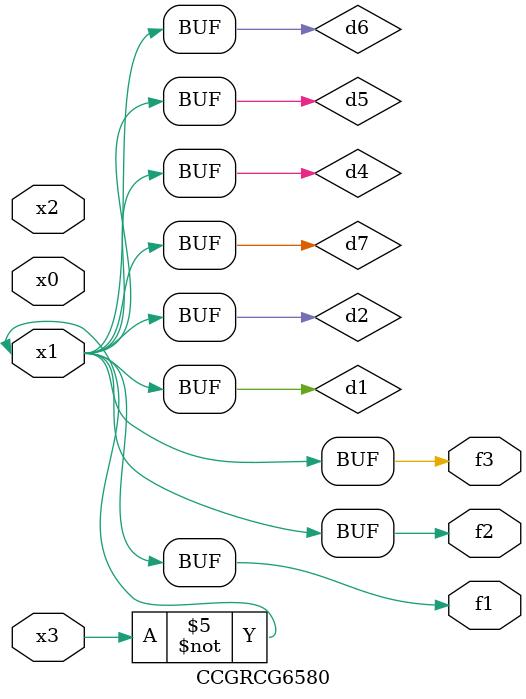
<source format=v>
module CCGRCG6580(
	input x0, x1, x2, x3,
	output f1, f2, f3
);

	wire d1, d2, d3, d4, d5, d6, d7;

	not (d1, x3);
	buf (d2, x1);
	xnor (d3, d1, d2);
	nor (d4, d1);
	buf (d5, d1, d2);
	buf (d6, d4, d5);
	nand (d7, d4);
	assign f1 = d6;
	assign f2 = d7;
	assign f3 = d6;
endmodule

</source>
